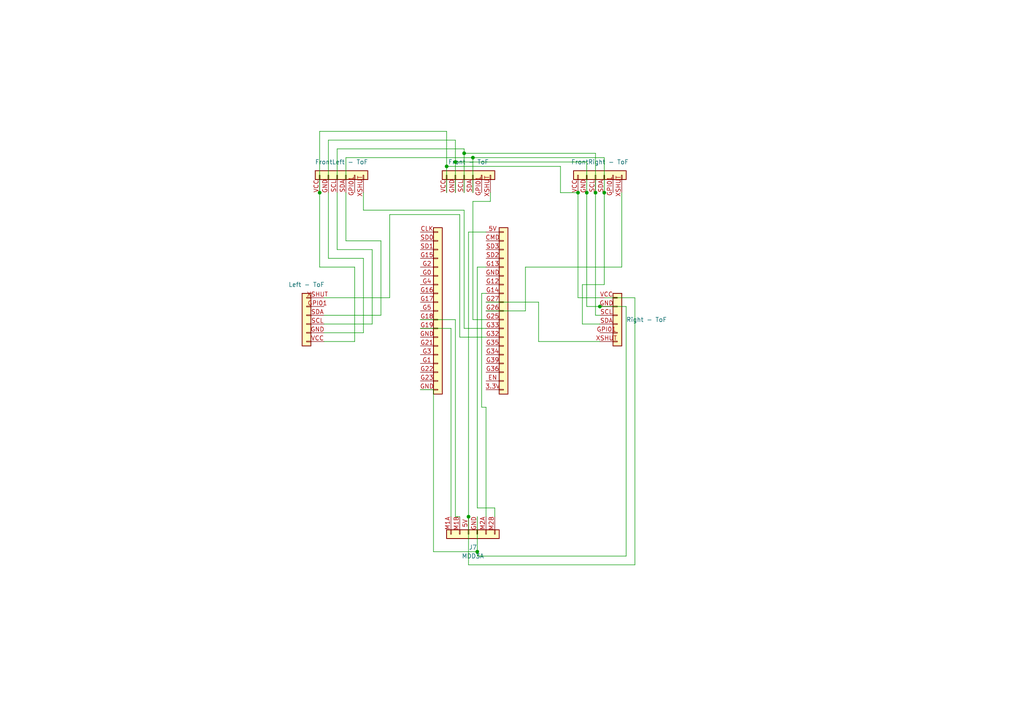
<source format=kicad_sch>
(kicad_sch (version 20250114) (generator "eeschema") (generator_version "9.0")
  (paper "A4")
  (lib_symbols
    (symbol "Conn_01x06_1" (pin_names (offset 1.016) (hide yes))
      (property "Value" "Left - ToF" (at 0 -11.43 0))
      (symbol "Conn_01x06_1_1_1"
        (rectangle (start -1.27 6.35) (end 1.27 -8.89) (stroke (width 0.254)) (fill (type background)))
        (rectangle (start -1.27 5.207) (end 0 4.953) (stroke (width 0.1524)))
        (rectangle (start -1.27 2.667) (end 0 2.413) (stroke (width 0.1524)))
        (rectangle (start -1.27 0.127) (end 0 -0.127) (stroke (width 0.1524)))
        (rectangle (start -1.27 -2.413) (end 0 -2.667) (stroke (width 0.1524)))
        (rectangle (start -1.27 -4.953) (end 0 -5.207) (stroke (width 0.1524)))
        (rectangle (start -1.27 -7.493) (end 0 -7.747) (stroke (width 0.1524)))
        (pin passive line (at -5.08 5.08 0) (length 3.81) (name "Pin_1") (number "VCC"))
        (pin passive line (at -5.08 2.54 0) (length 3.81) (name "Pin_2") (number "GND"))
        (pin passive line (at -5.08 0 0) (length 3.81) (name "Pin_3") (number "SCL"))
        (pin passive line (at -5.08 -2.54 0) (length 3.81) (name "Pin_4") (number "SDA"))
        (pin passive line (at -5.08 -5.08 0) (length 3.81) (name "Pin_5") (number "GPI01"))
        (pin passive line (at -5.08 -7.62 0) (length 3.81) (name "Pin_6") (number "XSHUT"))
      )
    )
    (symbol "Conn_01x20_1" (pin_names (offset 1.016) (hide yes))
      (symbol "Conn_01x20_1_1_1"
        (rectangle (start -1.27 24.13) (end 1.27 -24.13) (stroke (width 0.254)) (fill (type background)))
        (rectangle (start -1.27 22.987) (end 0 22.733) (stroke (width 0.1524)))
        (rectangle (start -1.27 20.447) (end 0 20.193) (stroke (width 0.1524)))
        (rectangle (start -1.27 17.907) (end 0 17.653) (stroke (width 0.1524)))
        (rectangle (start -1.27 15.367) (end 0 15.113) (stroke (width 0.1524)))
        (rectangle (start -1.27 12.827) (end 0 12.573) (stroke (width 0.1524)))
        (rectangle (start -1.27 10.287) (end 0 10.033) (stroke (width 0.1524)))
        (rectangle (start -1.27 7.747) (end 0 7.493) (stroke (width 0.1524)))
        (rectangle (start -1.27 5.207) (end 0 4.953) (stroke (width 0.1524)))
        (rectangle (start -1.27 2.667) (end 0 2.413) (stroke (width 0.1524)))
        (rectangle (start -1.27 0.127) (end 0 -0.127) (stroke (width 0.1524)))
        (rectangle (start -1.27 -2.413) (end 0 -2.667) (stroke (width 0.1524)))
        (rectangle (start -1.27 -4.953) (end 0 -5.207) (stroke (width 0.1524)))
        (rectangle (start -1.27 -7.493) (end 0 -7.747) (stroke (width 0.1524)))
        (rectangle (start -1.27 -10.033) (end 0 -10.287) (stroke (width 0.1524)))
        (rectangle (start -1.27 -12.573) (end 0 -12.827) (stroke (width 0.1524)))
        (rectangle (start -1.27 -15.113) (end 0 -15.367) (stroke (width 0.1524)))
        (rectangle (start -1.27 -17.653) (end 0 -17.907) (stroke (width 0.1524)))
        (rectangle (start -1.27 -20.193) (end 0 -20.447) (stroke (width 0.1524)))
        (rectangle (start -1.27 -22.733) (end 0 -22.987) (stroke (width 0.1524)))
        (pin passive line (at -5.08 22.86 0) (length 3.81) (name "Pin_1") (number "CLK"))
        (pin passive line (at -5.08 20.32 0) (length 3.81) (name "Pin_2") (number "SD0"))
        (pin passive line (at -5.08 17.78 0) (length 3.81) (name "Pin_3") (number "SD1"))
        (pin passive line (at -5.08 15.24 0) (length 3.81) (name "Pin_4") (number "G15"))
        (pin passive line (at -5.08 12.7 0) (length 3.81) (name "Pin_5") (number "G2"))
        (pin passive line (at -5.08 10.16 0) (length 3.81) (name "Pin_6") (number "G0"))
        (pin passive line (at -5.08 7.62 0) (length 3.81) (name "Pin_7") (number "G4"))
        (pin passive line (at -5.08 5.08 0) (length 3.81) (name "Pin_8") (number "G16"))
        (pin passive line (at -5.08 2.54 0) (length 3.81) (name "Pin_9") (number "G17"))
        (pin passive line (at -5.08 0 0) (length 3.81) (name "Pin_10") (number "G5"))
        (pin passive line (at -5.08 -2.54 0) (length 3.81) (name "Pin_11") (number "G18"))
        (pin passive line (at -5.08 -5.08 0) (length 3.81) (name "Pin_12") (number "G19"))
        (pin passive line (at -5.08 -7.62 0) (length 3.81) (name "Pin_13") (number "GND"))
        (pin passive line (at -5.08 -10.16 0) (length 3.81) (name "Pin_14") (number "G21"))
        (pin passive line (at -5.08 -12.7 0) (length 3.81) (name "Pin_15") (number "G3"))
        (pin passive line (at -5.08 -15.24 0) (length 3.81) (name "Pin_16") (number "G1"))
        (pin passive line (at -5.08 -17.78 0) (length 3.81) (name "Pin_17") (number "G22"))
        (pin passive line (at -5.08 -20.32 0) (length 3.81) (name "Pin_18") (number "G23"))
        (pin passive line (at -5.08 -22.86 0) (length 3.81) (name "Pin_19") (number "GND"))
      )
    )
    (symbol "Connector_Generic:Conn_01x06" (pin_names (offset 1.016) (hide yes))
      (property "Reference" "J7" (at 3.81 -1.27 90))
      (property "Value" "MDD3A" (at 6.35 -1.27 90))
      (symbol "Conn_01x06_1_1"
        (rectangle (start -1.27 6.35) (end 1.27 -8.89) (stroke (width 0.254)) (fill (type background)))
        (rectangle (start -1.27 5.207) (end 0 4.953) (stroke (width 0.1524)))
        (rectangle (start -1.27 2.667) (end 0 2.413) (stroke (width 0.1524)))
        (rectangle (start -1.27 0.127) (end 0 -0.127) (stroke (width 0.1524)))
        (rectangle (start -1.27 -2.413) (end 0 -2.667) (stroke (width 0.1524)))
        (rectangle (start -1.27 -4.953) (end 0 -5.207) (stroke (width 0.1524)))
        (rectangle (start -1.27 -7.493) (end 0 -7.747) (stroke (width 0.1524)))
        (pin passive line (at -5.08 5.08 0) (length 3.81) (name "Pin_1") (number "M2B"))
        (pin passive line (at -5.08 2.54 0) (length 3.81) (name "Pin_2") (number "M2A"))
        (pin passive line (at -5.08 0 0) (length 3.81) (name "Pin_3") (number "GND"))
        (pin passive line (at -5.08 -2.54 0) (length 3.81) (name "Pin_4") (number "5V"))
        (pin passive line (at -5.08 -5.08 0) (length 3.81) (name "Pin_5") (number "M1B"))
        (pin passive line (at -5.08 -7.62 0) (length 3.81) (name "Pin_6") (number "M1A"))
      )
    )
    (symbol "Connector_Generic:Conn_01x20" (pin_names (offset 1.016) (hide yes))
      (symbol "Conn_01x20_1_1"
        (rectangle (start -1.27 24.13) (end 1.27 -24.13) (stroke (width 0.254)) (fill (type background)))
        (rectangle (start -1.27 22.987) (end 0 22.733) (stroke (width 0.1524)))
        (rectangle (start -1.27 20.447) (end 0 20.193) (stroke (width 0.1524)))
        (rectangle (start -1.27 17.907) (end 0 17.653) (stroke (width 0.1524)))
        (rectangle (start -1.27 15.367) (end 0 15.113) (stroke (width 0.1524)))
        (rectangle (start -1.27 12.827) (end 0 12.573) (stroke (width 0.1524)))
        (rectangle (start -1.27 10.287) (end 0 10.033) (stroke (width 0.1524)))
        (rectangle (start -1.27 7.747) (end 0 7.493) (stroke (width 0.1524)))
        (rectangle (start -1.27 5.207) (end 0 4.953) (stroke (width 0.1524)))
        (rectangle (start -1.27 2.667) (end 0 2.413) (stroke (width 0.1524)))
        (rectangle (start -1.27 0.127) (end 0 -0.127) (stroke (width 0.1524)))
        (rectangle (start -1.27 -2.413) (end 0 -2.667) (stroke (width 0.1524)))
        (rectangle (start -1.27 -4.953) (end 0 -5.207) (stroke (width 0.1524)))
        (rectangle (start -1.27 -7.493) (end 0 -7.747) (stroke (width 0.1524)))
        (rectangle (start -1.27 -10.033) (end 0 -10.287) (stroke (width 0.1524)))
        (rectangle (start -1.27 -12.573) (end 0 -12.827) (stroke (width 0.1524)))
        (rectangle (start -1.27 -15.113) (end 0 -15.367) (stroke (width 0.1524)))
        (rectangle (start -1.27 -17.653) (end 0 -17.907) (stroke (width 0.1524)))
        (rectangle (start -1.27 -20.193) (end 0 -20.447) (stroke (width 0.1524)))
        (rectangle (start -1.27 -22.733) (end 0 -22.987) (stroke (width 0.1524)))
        (pin passive line (at -5.08 22.86 0) (length 3.81) (name "Pin_1") (number "5V"))
        (pin passive line (at -5.08 20.32 0) (length 3.81) (name "Pin_2") (number "CMD"))
        (pin passive line (at -5.08 17.78 0) (length 3.81) (name "Pin_3") (number "SD3"))
        (pin passive line (at -5.08 15.24 0) (length 3.81) (name "Pin_4") (number "SD2"))
        (pin passive line (at -5.08 12.7 0) (length 3.81) (name "Pin_5") (number "G13"))
        (pin passive line (at -5.08 10.16 0) (length 3.81) (name "Pin_6") (number "GND"))
        (pin passive line (at -5.08 7.62 0) (length 3.81) (name "Pin_7") (number "G12"))
        (pin passive line (at -5.08 5.08 0) (length 3.81) (name "Pin_8") (number "G14"))
        (pin passive line (at -5.08 2.54 0) (length 3.81) (name "Pin_9") (number "G27"))
        (pin passive line (at -5.08 0 0) (length 3.81) (name "Pin_10") (number "G26"))
        (pin passive line (at -5.08 -2.54 0) (length 3.81) (name "Pin_11") (number "G25"))
        (pin passive line (at -5.08 -5.08 0) (length 3.81) (name "Pin_12") (number "G33"))
        (pin passive line (at -5.08 -7.62 0) (length 3.81) (name "Pin_13") (number "G32"))
        (pin passive line (at -5.08 -10.16 0) (length 3.81) (name "Pin_14") (number "G35"))
        (pin passive line (at -5.08 -12.7 0) (length 3.81) (name "Pin_15") (number "G34"))
        (pin passive line (at -5.08 -15.24 0) (length 3.81) (name "Pin_16") (number "G39"))
        (pin passive line (at -5.08 -17.78 0) (length 3.81) (name "Pin_17") (number "G36"))
        (pin passive line (at -5.08 -20.32 0) (length 3.81) (name "Pin_18") (number "EN"))
        (pin passive line (at -5.08 -22.86 0) (length 3.81) (name "Pin_19") (number "3.3V"))
      )
    )
  )
  (junction (at 172.72 55.88))
  (junction (at 134.62 44.45))
  (junction (at 92.71 55.88))
  (junction (at 135.89 149.86))
  (junction (at 137.16 45.72))
  (junction (at 170.18 55.88))
  (junction (at 167.64 55.88))
  (junction (at 132.08 46.99))
  (junction (at 138.43 160.02))
  (junction (at 129.54 48.26))
  (junction (at 175.26 55.88))
  (junction (at 173.99 88.9))
  (wire (pts (xy 137.16 58.42) (xy 142.24 58.42)))
  (wire (pts (xy 125.73 113.03) (xy 125.73 160.02)))
  (wire (pts (xy 152.4 77.47) (xy 152.4 90.17)))
  (wire (pts (xy 175.26 45.72) (xy 175.26 55.88)))
  (wire (pts (xy 168.91 82.55) (xy 168.91 93.98)))
  (wire (pts (xy 105.41 96.52) (xy 93.98 96.52)))
  (wire (pts (xy 105.41 60.96) (xy 134.62 60.96)))
  (wire (pts (xy 152.4 90.17) (xy 140.97 90.17)))
  (wire (pts (xy 162.56 48.26) (xy 129.54 48.26)))
  (wire (pts (xy 121.92 113.03) (xy 125.73 113.03)))
  (wire (pts (xy 167.64 55.88) (xy 167.64 86.36)))
  (wire (pts (xy 140.97 149.86) (xy 140.97 118.11)))
  (wire (pts (xy 140.97 92.71) (xy 137.16 92.71)))
  (wire (pts (xy 140.97 118.11) (xy 139.7 118.11)))
  (wire (pts (xy 138.43 77.47) (xy 140.97 77.47)))
  (wire (pts (xy 134.62 95.25) (xy 140.97 95.25)))
  (wire (pts (xy 93.98 86.36) (xy 113.03 86.36)))
  (wire (pts (xy 181.61 161.29) (xy 181.61 88.9)))
  (wire (pts (xy 137.16 45.72) (xy 175.26 45.72)))
  (wire (pts (xy 142.24 58.42) (xy 142.24 55.88)))
  (wire (pts (xy 92.71 55.88) (xy 92.71 38.1)))
  (wire (pts (xy 110.49 69.85) (xy 110.49 91.44)))
  (wire (pts (xy 134.62 60.96) (xy 134.62 95.25)))
  (wire (pts (xy 133.35 62.23) (xy 133.35 97.79)))
  (wire (pts (xy 93.98 93.98) (xy 107.95 93.98)))
  (wire (pts (xy 138.43 77.47) (xy 138.43 147.32)))
  (wire (pts (xy 180.34 77.47) (xy 152.4 77.47)))
  (wire (pts (xy 92.71 38.1) (xy 129.54 38.1)))
  (wire (pts (xy 170.18 88.9) (xy 173.99 88.9)))
  (wire (pts (xy 173.99 99.06) (xy 156.21 99.06)))
  (wire (pts (xy 170.18 55.88) (xy 170.18 46.99)))
  (wire (pts (xy 162.56 55.88) (xy 162.56 48.26)))
  (wire (pts (xy 138.43 161.29) (xy 181.61 161.29)))
  (wire (pts (xy 133.35 97.79) (xy 140.97 97.79)))
  (wire (pts (xy 180.34 55.88) (xy 180.34 77.47)))
  (wire (pts (xy 92.71 55.88) (xy 92.71 77.47)))
  (wire (pts (xy 107.95 93.98) (xy 107.95 72.39)))
  (wire (pts (xy 134.62 43.18) (xy 134.62 44.45)))
  (wire (pts (xy 95.25 40.64) (xy 132.08 40.64)))
  (wire (pts (xy 138.43 160.02) (xy 138.43 161.29)))
  (wire (pts (xy 95.25 52.07) (xy 95.25 40.64)))
  (wire (pts (xy 130.81 149.86) (xy 130.81 95.25)))
  (wire (pts (xy 97.79 52.07) (xy 97.79 43.18)))
  (wire (pts (xy 184.15 86.36) (xy 184.15 163.83)))
  (wire (pts (xy 105.41 55.88) (xy 105.41 60.96)))
  (wire (pts (xy 129.54 38.1) (xy 129.54 48.26)))
  (wire (pts (xy 135.89 67.31) (xy 135.89 149.86)))
  (wire (pts (xy 97.79 43.18) (xy 134.62 43.18)))
  (wire (pts (xy 175.26 86.36) (xy 184.15 86.36)))
  (wire (pts (xy 135.89 149.86) (xy 135.89 163.83)))
  (wire (pts (xy 173.99 88.9) (xy 181.61 88.9)))
  (wire (pts (xy 139.7 85.09) (xy 140.97 85.09)))
  (wire (pts (xy 175.26 55.88) (xy 175.26 82.55)))
  (wire (pts (xy 102.87 99.06) (xy 93.98 99.06)))
  (wire (pts (xy 130.81 95.25) (xy 121.92 95.25)))
  (wire (pts (xy 95.25 55.88) (xy 95.25 74.93)))
  (wire (pts (xy 95.25 74.93) (xy 105.41 74.93)))
  (wire (pts (xy 172.72 55.88) (xy 172.72 44.45)))
  (wire (pts (xy 143.51 147.32) (xy 143.51 149.86)))
  (wire (pts (xy 132.08 149.86) (xy 133.35 149.86)))
  (wire (pts (xy 132.08 40.64) (xy 132.08 46.99)))
  (wire (pts (xy 132.08 92.71) (xy 132.08 149.86)))
  (wire (pts (xy 137.16 92.71) (xy 137.16 58.42)))
  (wire (pts (xy 156.21 87.63) (xy 140.97 87.63)))
  (wire (pts (xy 175.26 82.55) (xy 168.91 82.55)))
  (wire (pts (xy 170.18 55.88) (xy 170.18 88.9)))
  (wire (pts (xy 156.21 99.06) (xy 156.21 87.63)))
  (wire (pts (xy 121.92 92.71) (xy 132.08 92.71)))
  (wire (pts (xy 170.18 46.99) (xy 132.08 46.99)))
  (wire (pts (xy 113.03 62.23) (xy 133.35 62.23)))
  (wire (pts (xy 125.73 160.02) (xy 138.43 160.02)))
  (wire (pts (xy 132.08 46.99) (xy 132.08 55.88)))
  (wire (pts (xy 134.62 44.45) (xy 134.62 55.88)))
  (wire (pts (xy 100.33 69.85) (xy 110.49 69.85)))
  (wire (pts (xy 100.33 55.88) (xy 100.33 69.85)))
  (wire (pts (xy 139.7 118.11) (xy 139.7 85.09)))
  (wire (pts (xy 184.15 163.83) (xy 135.89 163.83)))
  (wire (pts (xy 92.71 77.47) (xy 102.87 77.47)))
  (wire (pts (xy 167.64 55.88) (xy 162.56 55.88)))
  (wire (pts (xy 129.54 48.26) (xy 129.54 55.88)))
  (wire (pts (xy 167.64 86.36) (xy 173.99 86.36)))
  (wire (pts (xy 97.79 72.39) (xy 97.79 55.88)))
  (wire (pts (xy 172.72 44.45) (xy 134.62 44.45)))
  (wire (pts (xy 107.95 72.39) (xy 97.79 72.39)))
  (wire (pts (xy 102.87 77.47) (xy 102.87 99.06)))
  (wire (pts (xy 138.43 147.32) (xy 143.51 147.32)))
  (wire (pts (xy 105.41 74.93) (xy 105.41 96.52)))
  (wire (pts (xy 100.33 45.72) (xy 137.16 45.72)))
  (wire (pts (xy 113.03 86.36) (xy 113.03 62.23)))
  (wire (pts (xy 172.72 91.44) (xy 173.99 91.44)))
  (wire (pts (xy 137.16 45.72) (xy 137.16 55.88)))
  (wire (pts (xy 172.72 55.88) (xy 172.72 91.44)))
  (wire (pts (xy 168.91 93.98) (xy 173.99 93.98)))
  (wire (pts (xy 138.43 149.86) (xy 138.43 160.02)))
  (wire (pts (xy 100.33 52.07) (xy 100.33 45.72)))
  (wire (pts (xy 110.49 91.44) (xy 93.98 91.44)))
  (wire (pts (xy 135.89 67.31) (xy 140.97 67.31)))
  (symbol (lib_name "Conn_01x06_1") (lib_id "Connector_Generic:Conn_01x06") (at 134.62 50.8 90) (unit 1)
    (property "Reference" "J10" (effects (hide yes)))
    (property "Value" "Front - ToF" (at 135.89 46.99 90))
    (property "Description" "Generic connector, single row, 01x06, script generated (kicad-library-utils/schlib/autogen/connector/)" (effects (hide yes)))
  )
  (symbol (lib_name "Conn_01x06_1") (lib_id "Connector_Generic:Conn_01x06") (at 97.79 50.8 90) (unit 1)
    (property "Reference" "J9" (effects (hide yes)))
    (property "Value" "FrontLeft - ToF" (at 99.06 46.99 90))
    (property "Description" "Generic connector, single row, 01x06, script generated (kicad-library-utils/schlib/autogen/connector/)" (effects (hide yes)))
  )
  (symbol (lib_name "Conn_01x06_1") (lib_id "Connector_Generic:Conn_01x06") (at 88.9 93.98 180) (unit 1)
    (property "Reference" "J1" (effects (hide yes)))
    (property "Value" "Left - ToF" (at 88.9 82.55 0))
    (property "Description" "Generic connector, single row, 01x06, script generated (kicad-library-utils/schlib/autogen/connector/)" (effects (hide yes)))
  )
  (symbol (lib_name "Conn_01x06_1") (lib_id "Connector_Generic:Conn_01x06") (at 179.07 91.44 0) (unit 1)
    (property "Reference" "J4" (effects (hide yes)))
    (property "Value" "Right - ToF" (at 181.61 92.7099 0) (effects (justify left)))
    (property "Description" "Generic connector, single row, 01x06, script generated (kicad-library-utils/schlib/autogen/connector/)" (effects (hide yes)))
  )
  (symbol (lib_name "Conn_01x06_1") (lib_id "Connector_Generic:Conn_01x06") (at 172.72 50.8 90) (unit 1)
    (property "Reference" "J11" (effects (hide yes)))
    (property "Value" "FrontRight - ToF" (at 173.99 46.99 90))
    (property "Description" "Generic connector, single row, 01x06, script generated (kicad-library-utils/schlib/autogen/connector/)" (effects (hide yes)))
  )
  (symbol (lib_id "Connector_Generic:Conn_01x20") (at 146.05 90.17 0) (unit 1)
    (property "Reference" "J2" (effects (hide yes)))
    (property "Value" "Conn_01x20" (effects (hide yes)))
    (property "Footprint" "Connector_PinSocket_2.54mm:PinSocket_1x20_P2.54mm_Vertical" (effects (hide yes)))
    (property "Description" "Generic connector, single row, 01x20, script generated (kicad-library-utils/schlib/autogen/connector/)" (effects (hide yes)))
  )
  (symbol (lib_name "Conn_01x20_1") (lib_id "Connector_Generic:Conn_01x20") (at 127 90.17 0) (unit 1)
    (property "Reference" "J3" (effects (hide yes)))
    (property "Value" "Conn_01x20" (effects (hide yes)))
    (property "Footprint" "Connector_PinSocket_2.54mm:PinSocket_1x20_P2.54mm_Vertical" (effects (hide yes)))
    (property "Description" "Generic connector, single row, 01x20, script generated (kicad-library-utils/schlib/autogen/connector/)" (effects (hide yes)))
  )
  (symbol (lib_id "Connector_Generic:Conn_01x06") (at 138.43 154.94 270) (unit 1)
    (property "Reference" "J7" (at 137.16 158.75 90))
    (property "Value" "MDD3A" (at 137.16 161.29 90))
    (property "Description" "Generic connector, single row, 01x06, script generated (kicad-library-utils/schlib/autogen/connector/)" (effects (hide yes)))
  )
)
</source>
